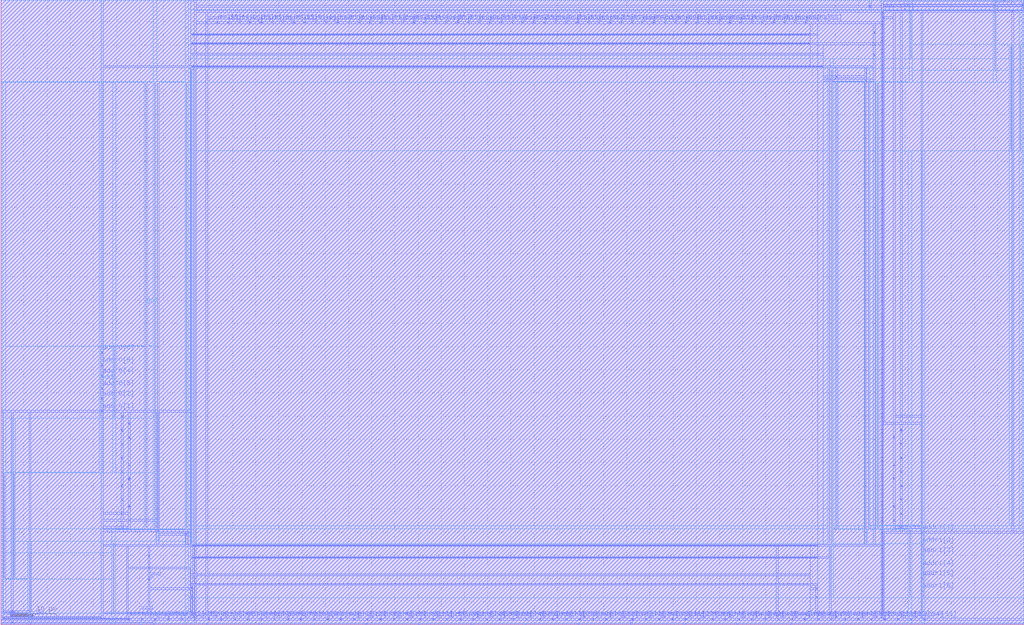
<source format=lef>
VERSION 5.4 ;
NAMESCASESENSITIVE ON ;
BUSBITCHARS "[]" ;
DIVIDERCHAR "/" ;
UNITS
  DATABASE MICRONS 2000 ;
END UNITS
MACRO freepdk45_sram_1w1r_128x56_14
   CLASS BLOCK ;
   SIZE 220.695 BY 134.78 ;
   SYMMETRY X Y R90 ;
   PIN din0[0]
      DIRECTION INPUT ;
      PORT
         LAYER metal3 ;
         RECT  41.84 1.105 41.975 1.24 ;
      END
   END din0[0]
   PIN din0[1]
      DIRECTION INPUT ;
      PORT
         LAYER metal3 ;
         RECT  44.7 1.105 44.835 1.24 ;
      END
   END din0[1]
   PIN din0[2]
      DIRECTION INPUT ;
      PORT
         LAYER metal3 ;
         RECT  47.56 1.105 47.695 1.24 ;
      END
   END din0[2]
   PIN din0[3]
      DIRECTION INPUT ;
      PORT
         LAYER metal3 ;
         RECT  50.42 1.105 50.555 1.24 ;
      END
   END din0[3]
   PIN din0[4]
      DIRECTION INPUT ;
      PORT
         LAYER metal3 ;
         RECT  53.28 1.105 53.415 1.24 ;
      END
   END din0[4]
   PIN din0[5]
      DIRECTION INPUT ;
      PORT
         LAYER metal3 ;
         RECT  56.14 1.105 56.275 1.24 ;
      END
   END din0[5]
   PIN din0[6]
      DIRECTION INPUT ;
      PORT
         LAYER metal3 ;
         RECT  59.0 1.105 59.135 1.24 ;
      END
   END din0[6]
   PIN din0[7]
      DIRECTION INPUT ;
      PORT
         LAYER metal3 ;
         RECT  61.86 1.105 61.995 1.24 ;
      END
   END din0[7]
   PIN din0[8]
      DIRECTION INPUT ;
      PORT
         LAYER metal3 ;
         RECT  64.72 1.105 64.855 1.24 ;
      END
   END din0[8]
   PIN din0[9]
      DIRECTION INPUT ;
      PORT
         LAYER metal3 ;
         RECT  67.58 1.105 67.715 1.24 ;
      END
   END din0[9]
   PIN din0[10]
      DIRECTION INPUT ;
      PORT
         LAYER metal3 ;
         RECT  70.44 1.105 70.575 1.24 ;
      END
   END din0[10]
   PIN din0[11]
      DIRECTION INPUT ;
      PORT
         LAYER metal3 ;
         RECT  73.3 1.105 73.435 1.24 ;
      END
   END din0[11]
   PIN din0[12]
      DIRECTION INPUT ;
      PORT
         LAYER metal3 ;
         RECT  76.16 1.105 76.295 1.24 ;
      END
   END din0[12]
   PIN din0[13]
      DIRECTION INPUT ;
      PORT
         LAYER metal3 ;
         RECT  79.02 1.105 79.155 1.24 ;
      END
   END din0[13]
   PIN din0[14]
      DIRECTION INPUT ;
      PORT
         LAYER metal3 ;
         RECT  81.88 1.105 82.015 1.24 ;
      END
   END din0[14]
   PIN din0[15]
      DIRECTION INPUT ;
      PORT
         LAYER metal3 ;
         RECT  84.74 1.105 84.875 1.24 ;
      END
   END din0[15]
   PIN din0[16]
      DIRECTION INPUT ;
      PORT
         LAYER metal3 ;
         RECT  87.6 1.105 87.735 1.24 ;
      END
   END din0[16]
   PIN din0[17]
      DIRECTION INPUT ;
      PORT
         LAYER metal3 ;
         RECT  90.46 1.105 90.595 1.24 ;
      END
   END din0[17]
   PIN din0[18]
      DIRECTION INPUT ;
      PORT
         LAYER metal3 ;
         RECT  93.32 1.105 93.455 1.24 ;
      END
   END din0[18]
   PIN din0[19]
      DIRECTION INPUT ;
      PORT
         LAYER metal3 ;
         RECT  96.18 1.105 96.315 1.24 ;
      END
   END din0[19]
   PIN din0[20]
      DIRECTION INPUT ;
      PORT
         LAYER metal3 ;
         RECT  99.04 1.105 99.175 1.24 ;
      END
   END din0[20]
   PIN din0[21]
      DIRECTION INPUT ;
      PORT
         LAYER metal3 ;
         RECT  101.9 1.105 102.035 1.24 ;
      END
   END din0[21]
   PIN din0[22]
      DIRECTION INPUT ;
      PORT
         LAYER metal3 ;
         RECT  104.76 1.105 104.895 1.24 ;
      END
   END din0[22]
   PIN din0[23]
      DIRECTION INPUT ;
      PORT
         LAYER metal3 ;
         RECT  107.62 1.105 107.755 1.24 ;
      END
   END din0[23]
   PIN din0[24]
      DIRECTION INPUT ;
      PORT
         LAYER metal3 ;
         RECT  110.48 1.105 110.615 1.24 ;
      END
   END din0[24]
   PIN din0[25]
      DIRECTION INPUT ;
      PORT
         LAYER metal3 ;
         RECT  113.34 1.105 113.475 1.24 ;
      END
   END din0[25]
   PIN din0[26]
      DIRECTION INPUT ;
      PORT
         LAYER metal3 ;
         RECT  116.2 1.105 116.335 1.24 ;
      END
   END din0[26]
   PIN din0[27]
      DIRECTION INPUT ;
      PORT
         LAYER metal3 ;
         RECT  119.06 1.105 119.195 1.24 ;
      END
   END din0[27]
   PIN din0[28]
      DIRECTION INPUT ;
      PORT
         LAYER metal3 ;
         RECT  121.92 1.105 122.055 1.24 ;
      END
   END din0[28]
   PIN din0[29]
      DIRECTION INPUT ;
      PORT
         LAYER metal3 ;
         RECT  124.78 1.105 124.915 1.24 ;
      END
   END din0[29]
   PIN din0[30]
      DIRECTION INPUT ;
      PORT
         LAYER metal3 ;
         RECT  127.64 1.105 127.775 1.24 ;
      END
   END din0[30]
   PIN din0[31]
      DIRECTION INPUT ;
      PORT
         LAYER metal3 ;
         RECT  130.5 1.105 130.635 1.24 ;
      END
   END din0[31]
   PIN din0[32]
      DIRECTION INPUT ;
      PORT
         LAYER metal3 ;
         RECT  133.36 1.105 133.495 1.24 ;
      END
   END din0[32]
   PIN din0[33]
      DIRECTION INPUT ;
      PORT
         LAYER metal3 ;
         RECT  136.22 1.105 136.355 1.24 ;
      END
   END din0[33]
   PIN din0[34]
      DIRECTION INPUT ;
      PORT
         LAYER metal3 ;
         RECT  139.08 1.105 139.215 1.24 ;
      END
   END din0[34]
   PIN din0[35]
      DIRECTION INPUT ;
      PORT
         LAYER metal3 ;
         RECT  141.94 1.105 142.075 1.24 ;
      END
   END din0[35]
   PIN din0[36]
      DIRECTION INPUT ;
      PORT
         LAYER metal3 ;
         RECT  144.8 1.105 144.935 1.24 ;
      END
   END din0[36]
   PIN din0[37]
      DIRECTION INPUT ;
      PORT
         LAYER metal3 ;
         RECT  147.66 1.105 147.795 1.24 ;
      END
   END din0[37]
   PIN din0[38]
      DIRECTION INPUT ;
      PORT
         LAYER metal3 ;
         RECT  150.52 1.105 150.655 1.24 ;
      END
   END din0[38]
   PIN din0[39]
      DIRECTION INPUT ;
      PORT
         LAYER metal3 ;
         RECT  153.38 1.105 153.515 1.24 ;
      END
   END din0[39]
   PIN din0[40]
      DIRECTION INPUT ;
      PORT
         LAYER metal3 ;
         RECT  156.24 1.105 156.375 1.24 ;
      END
   END din0[40]
   PIN din0[41]
      DIRECTION INPUT ;
      PORT
         LAYER metal3 ;
         RECT  159.1 1.105 159.235 1.24 ;
      END
   END din0[41]
   PIN din0[42]
      DIRECTION INPUT ;
      PORT
         LAYER metal3 ;
         RECT  161.96 1.105 162.095 1.24 ;
      END
   END din0[42]
   PIN din0[43]
      DIRECTION INPUT ;
      PORT
         LAYER metal3 ;
         RECT  164.82 1.105 164.955 1.24 ;
      END
   END din0[43]
   PIN din0[44]
      DIRECTION INPUT ;
      PORT
         LAYER metal3 ;
         RECT  167.68 1.105 167.815 1.24 ;
      END
   END din0[44]
   PIN din0[45]
      DIRECTION INPUT ;
      PORT
         LAYER metal3 ;
         RECT  170.54 1.105 170.675 1.24 ;
      END
   END din0[45]
   PIN din0[46]
      DIRECTION INPUT ;
      PORT
         LAYER metal3 ;
         RECT  173.4 1.105 173.535 1.24 ;
      END
   END din0[46]
   PIN din0[47]
      DIRECTION INPUT ;
      PORT
         LAYER metal3 ;
         RECT  176.26 1.105 176.395 1.24 ;
      END
   END din0[47]
   PIN din0[48]
      DIRECTION INPUT ;
      PORT
         LAYER metal3 ;
         RECT  179.12 1.105 179.255 1.24 ;
      END
   END din0[48]
   PIN din0[49]
      DIRECTION INPUT ;
      PORT
         LAYER metal3 ;
         RECT  181.98 1.105 182.115 1.24 ;
      END
   END din0[49]
   PIN din0[50]
      DIRECTION INPUT ;
      PORT
         LAYER metal3 ;
         RECT  184.84 1.105 184.975 1.24 ;
      END
   END din0[50]
   PIN din0[51]
      DIRECTION INPUT ;
      PORT
         LAYER metal3 ;
         RECT  187.7 1.105 187.835 1.24 ;
      END
   END din0[51]
   PIN din0[52]
      DIRECTION INPUT ;
      PORT
         LAYER metal3 ;
         RECT  190.56 1.105 190.695 1.24 ;
      END
   END din0[52]
   PIN din0[53]
      DIRECTION INPUT ;
      PORT
         LAYER metal3 ;
         RECT  193.42 1.105 193.555 1.24 ;
      END
   END din0[53]
   PIN din0[54]
      DIRECTION INPUT ;
      PORT
         LAYER metal3 ;
         RECT  196.28 1.105 196.415 1.24 ;
      END
   END din0[54]
   PIN din0[55]
      DIRECTION INPUT ;
      PORT
         LAYER metal3 ;
         RECT  199.14 1.105 199.275 1.24 ;
      END
   END din0[55]
   PIN addr0[0]
      DIRECTION INPUT ;
      PORT
         LAYER metal3 ;
         RECT  27.54 1.105 27.675 1.24 ;
      END
   END addr0[0]
   PIN addr0[1]
      DIRECTION INPUT ;
      PORT
         LAYER metal3 ;
         RECT  21.82 45.9675 21.955 46.1025 ;
      END
   END addr0[1]
   PIN addr0[2]
      DIRECTION INPUT ;
      PORT
         LAYER metal3 ;
         RECT  21.82 48.6975 21.955 48.8325 ;
      END
   END addr0[2]
   PIN addr0[3]
      DIRECTION INPUT ;
      PORT
         LAYER metal3 ;
         RECT  21.82 50.9075 21.955 51.0425 ;
      END
   END addr0[3]
   PIN addr0[4]
      DIRECTION INPUT ;
      PORT
         LAYER metal3 ;
         RECT  21.82 53.6375 21.955 53.7725 ;
      END
   END addr0[4]
   PIN addr0[5]
      DIRECTION INPUT ;
      PORT
         LAYER metal3 ;
         RECT  21.82 55.8475 21.955 55.9825 ;
      END
   END addr0[5]
   PIN addr0[6]
      DIRECTION INPUT ;
      PORT
         LAYER metal3 ;
         RECT  21.82 58.5775 21.955 58.7125 ;
      END
   END addr0[6]
   PIN addr1[0]
      DIRECTION INPUT ;
      PORT
         LAYER metal3 ;
         RECT  190.02 132.205 190.155 132.34 ;
      END
   END addr1[0]
   PIN addr1[1]
      DIRECTION INPUT ;
      PORT
         LAYER metal3 ;
         RECT  198.6 19.8375 198.735 19.9725 ;
      END
   END addr1[1]
   PIN addr1[2]
      DIRECTION INPUT ;
      PORT
         LAYER metal3 ;
         RECT  198.6 17.1075 198.735 17.2425 ;
      END
   END addr1[2]
   PIN addr1[3]
      DIRECTION INPUT ;
      PORT
         LAYER metal3 ;
         RECT  198.6 14.8975 198.735 15.0325 ;
      END
   END addr1[3]
   PIN addr1[4]
      DIRECTION INPUT ;
      PORT
         LAYER metal3 ;
         RECT  198.6 12.1675 198.735 12.3025 ;
      END
   END addr1[4]
   PIN addr1[5]
      DIRECTION INPUT ;
      PORT
         LAYER metal3 ;
         RECT  198.6 9.9575 198.735 10.0925 ;
      END
   END addr1[5]
   PIN addr1[6]
      DIRECTION INPUT ;
      PORT
         LAYER metal3 ;
         RECT  198.6 7.2275 198.735 7.3625 ;
      END
   END addr1[6]
   PIN csb0
      DIRECTION INPUT ;
      PORT
         LAYER metal3 ;
         RECT  0.285 1.3775 0.42 1.5125 ;
      END
   END csb0
   PIN csb1
      DIRECTION INPUT ;
      PORT
         LAYER metal3 ;
         RECT  220.275 133.5375 220.41 133.6725 ;
      END
   END csb1
   PIN clk0
      DIRECTION INPUT ;
      PORT
         LAYER metal3 ;
         RECT  6.2475 1.4625 6.3825 1.5975 ;
      END
   END clk0
   PIN clk1
      DIRECTION INPUT ;
      PORT
         LAYER metal3 ;
         RECT  214.1725 133.4525 214.3075 133.5875 ;
      END
   END clk1
   PIN wmask0[0]
      DIRECTION INPUT ;
      PORT
         LAYER metal3 ;
         RECT  30.4 1.105 30.535 1.24 ;
      END
   END wmask0[0]
   PIN wmask0[1]
      DIRECTION INPUT ;
      PORT
         LAYER metal3 ;
         RECT  33.26 1.105 33.395 1.24 ;
      END
   END wmask0[1]
   PIN wmask0[2]
      DIRECTION INPUT ;
      PORT
         LAYER metal3 ;
         RECT  36.12 1.105 36.255 1.24 ;
      END
   END wmask0[2]
   PIN wmask0[3]
      DIRECTION INPUT ;
      PORT
         LAYER metal3 ;
         RECT  38.98 1.105 39.115 1.24 ;
      END
   END wmask0[3]
   PIN dout1[0]
      DIRECTION OUTPUT ;
      PORT
         LAYER metal3 ;
         RECT  44.3475 129.7825 44.4825 129.9175 ;
      END
   END dout1[0]
   PIN dout1[1]
      DIRECTION OUTPUT ;
      PORT
         LAYER metal3 ;
         RECT  46.6975 129.7825 46.8325 129.9175 ;
      END
   END dout1[1]
   PIN dout1[2]
      DIRECTION OUTPUT ;
      PORT
         LAYER metal3 ;
         RECT  49.0475 129.7825 49.1825 129.9175 ;
      END
   END dout1[2]
   PIN dout1[3]
      DIRECTION OUTPUT ;
      PORT
         LAYER metal3 ;
         RECT  51.3975 129.7825 51.5325 129.9175 ;
      END
   END dout1[3]
   PIN dout1[4]
      DIRECTION OUTPUT ;
      PORT
         LAYER metal3 ;
         RECT  53.7475 129.7825 53.8825 129.9175 ;
      END
   END dout1[4]
   PIN dout1[5]
      DIRECTION OUTPUT ;
      PORT
         LAYER metal3 ;
         RECT  56.0975 129.7825 56.2325 129.9175 ;
      END
   END dout1[5]
   PIN dout1[6]
      DIRECTION OUTPUT ;
      PORT
         LAYER metal3 ;
         RECT  58.4475 129.7825 58.5825 129.9175 ;
      END
   END dout1[6]
   PIN dout1[7]
      DIRECTION OUTPUT ;
      PORT
         LAYER metal3 ;
         RECT  60.7975 129.7825 60.9325 129.9175 ;
      END
   END dout1[7]
   PIN dout1[8]
      DIRECTION OUTPUT ;
      PORT
         LAYER metal3 ;
         RECT  63.1475 129.7825 63.2825 129.9175 ;
      END
   END dout1[8]
   PIN dout1[9]
      DIRECTION OUTPUT ;
      PORT
         LAYER metal3 ;
         RECT  65.4975 129.7825 65.6325 129.9175 ;
      END
   END dout1[9]
   PIN dout1[10]
      DIRECTION OUTPUT ;
      PORT
         LAYER metal3 ;
         RECT  67.8475 129.7825 67.9825 129.9175 ;
      END
   END dout1[10]
   PIN dout1[11]
      DIRECTION OUTPUT ;
      PORT
         LAYER metal3 ;
         RECT  70.1975 129.7825 70.3325 129.9175 ;
      END
   END dout1[11]
   PIN dout1[12]
      DIRECTION OUTPUT ;
      PORT
         LAYER metal3 ;
         RECT  72.5475 129.7825 72.6825 129.9175 ;
      END
   END dout1[12]
   PIN dout1[13]
      DIRECTION OUTPUT ;
      PORT
         LAYER metal3 ;
         RECT  74.8975 129.7825 75.0325 129.9175 ;
      END
   END dout1[13]
   PIN dout1[14]
      DIRECTION OUTPUT ;
      PORT
         LAYER metal3 ;
         RECT  77.2475 129.7825 77.3825 129.9175 ;
      END
   END dout1[14]
   PIN dout1[15]
      DIRECTION OUTPUT ;
      PORT
         LAYER metal3 ;
         RECT  79.5975 129.7825 79.7325 129.9175 ;
      END
   END dout1[15]
   PIN dout1[16]
      DIRECTION OUTPUT ;
      PORT
         LAYER metal3 ;
         RECT  81.9475 129.7825 82.0825 129.9175 ;
      END
   END dout1[16]
   PIN dout1[17]
      DIRECTION OUTPUT ;
      PORT
         LAYER metal3 ;
         RECT  84.2975 129.7825 84.4325 129.9175 ;
      END
   END dout1[17]
   PIN dout1[18]
      DIRECTION OUTPUT ;
      PORT
         LAYER metal3 ;
         RECT  86.6475 129.7825 86.7825 129.9175 ;
      END
   END dout1[18]
   PIN dout1[19]
      DIRECTION OUTPUT ;
      PORT
         LAYER metal3 ;
         RECT  88.9975 129.7825 89.1325 129.9175 ;
      END
   END dout1[19]
   PIN dout1[20]
      DIRECTION OUTPUT ;
      PORT
         LAYER metal3 ;
         RECT  91.3475 129.7825 91.4825 129.9175 ;
      END
   END dout1[20]
   PIN dout1[21]
      DIRECTION OUTPUT ;
      PORT
         LAYER metal3 ;
         RECT  93.6975 129.7825 93.8325 129.9175 ;
      END
   END dout1[21]
   PIN dout1[22]
      DIRECTION OUTPUT ;
      PORT
         LAYER metal3 ;
         RECT  96.0475 129.7825 96.1825 129.9175 ;
      END
   END dout1[22]
   PIN dout1[23]
      DIRECTION OUTPUT ;
      PORT
         LAYER metal3 ;
         RECT  98.3975 129.7825 98.5325 129.9175 ;
      END
   END dout1[23]
   PIN dout1[24]
      DIRECTION OUTPUT ;
      PORT
         LAYER metal3 ;
         RECT  100.7475 129.7825 100.8825 129.9175 ;
      END
   END dout1[24]
   PIN dout1[25]
      DIRECTION OUTPUT ;
      PORT
         LAYER metal3 ;
         RECT  103.0975 129.7825 103.2325 129.9175 ;
      END
   END dout1[25]
   PIN dout1[26]
      DIRECTION OUTPUT ;
      PORT
         LAYER metal3 ;
         RECT  105.4475 129.7825 105.5825 129.9175 ;
      END
   END dout1[26]
   PIN dout1[27]
      DIRECTION OUTPUT ;
      PORT
         LAYER metal3 ;
         RECT  107.7975 129.7825 107.9325 129.9175 ;
      END
   END dout1[27]
   PIN dout1[28]
      DIRECTION OUTPUT ;
      PORT
         LAYER metal3 ;
         RECT  110.1475 129.7825 110.2825 129.9175 ;
      END
   END dout1[28]
   PIN dout1[29]
      DIRECTION OUTPUT ;
      PORT
         LAYER metal3 ;
         RECT  112.4975 129.7825 112.6325 129.9175 ;
      END
   END dout1[29]
   PIN dout1[30]
      DIRECTION OUTPUT ;
      PORT
         LAYER metal3 ;
         RECT  114.8475 129.7825 114.9825 129.9175 ;
      END
   END dout1[30]
   PIN dout1[31]
      DIRECTION OUTPUT ;
      PORT
         LAYER metal3 ;
         RECT  117.1975 129.7825 117.3325 129.9175 ;
      END
   END dout1[31]
   PIN dout1[32]
      DIRECTION OUTPUT ;
      PORT
         LAYER metal3 ;
         RECT  119.5475 129.7825 119.6825 129.9175 ;
      END
   END dout1[32]
   PIN dout1[33]
      DIRECTION OUTPUT ;
      PORT
         LAYER metal3 ;
         RECT  121.8975 129.7825 122.0325 129.9175 ;
      END
   END dout1[33]
   PIN dout1[34]
      DIRECTION OUTPUT ;
      PORT
         LAYER metal3 ;
         RECT  124.2475 129.7825 124.3825 129.9175 ;
      END
   END dout1[34]
   PIN dout1[35]
      DIRECTION OUTPUT ;
      PORT
         LAYER metal3 ;
         RECT  126.5975 129.7825 126.7325 129.9175 ;
      END
   END dout1[35]
   PIN dout1[36]
      DIRECTION OUTPUT ;
      PORT
         LAYER metal3 ;
         RECT  128.9475 129.7825 129.0825 129.9175 ;
      END
   END dout1[36]
   PIN dout1[37]
      DIRECTION OUTPUT ;
      PORT
         LAYER metal3 ;
         RECT  131.2975 129.7825 131.4325 129.9175 ;
      END
   END dout1[37]
   PIN dout1[38]
      DIRECTION OUTPUT ;
      PORT
         LAYER metal3 ;
         RECT  133.6475 129.7825 133.7825 129.9175 ;
      END
   END dout1[38]
   PIN dout1[39]
      DIRECTION OUTPUT ;
      PORT
         LAYER metal3 ;
         RECT  135.9975 129.7825 136.1325 129.9175 ;
      END
   END dout1[39]
   PIN dout1[40]
      DIRECTION OUTPUT ;
      PORT
         LAYER metal3 ;
         RECT  138.3475 129.7825 138.4825 129.9175 ;
      END
   END dout1[40]
   PIN dout1[41]
      DIRECTION OUTPUT ;
      PORT
         LAYER metal3 ;
         RECT  140.6975 129.7825 140.8325 129.9175 ;
      END
   END dout1[41]
   PIN dout1[42]
      DIRECTION OUTPUT ;
      PORT
         LAYER metal3 ;
         RECT  143.0475 129.7825 143.1825 129.9175 ;
      END
   END dout1[42]
   PIN dout1[43]
      DIRECTION OUTPUT ;
      PORT
         LAYER metal3 ;
         RECT  145.3975 129.7825 145.5325 129.9175 ;
      END
   END dout1[43]
   PIN dout1[44]
      DIRECTION OUTPUT ;
      PORT
         LAYER metal3 ;
         RECT  147.7475 129.7825 147.8825 129.9175 ;
      END
   END dout1[44]
   PIN dout1[45]
      DIRECTION OUTPUT ;
      PORT
         LAYER metal3 ;
         RECT  150.0975 129.7825 150.2325 129.9175 ;
      END
   END dout1[45]
   PIN dout1[46]
      DIRECTION OUTPUT ;
      PORT
         LAYER metal3 ;
         RECT  152.4475 129.7825 152.5825 129.9175 ;
      END
   END dout1[46]
   PIN dout1[47]
      DIRECTION OUTPUT ;
      PORT
         LAYER metal3 ;
         RECT  154.7975 129.7825 154.9325 129.9175 ;
      END
   END dout1[47]
   PIN dout1[48]
      DIRECTION OUTPUT ;
      PORT
         LAYER metal3 ;
         RECT  157.1475 129.7825 157.2825 129.9175 ;
      END
   END dout1[48]
   PIN dout1[49]
      DIRECTION OUTPUT ;
      PORT
         LAYER metal3 ;
         RECT  159.4975 129.7825 159.6325 129.9175 ;
      END
   END dout1[49]
   PIN dout1[50]
      DIRECTION OUTPUT ;
      PORT
         LAYER metal3 ;
         RECT  161.8475 129.7825 161.9825 129.9175 ;
      END
   END dout1[50]
   PIN dout1[51]
      DIRECTION OUTPUT ;
      PORT
         LAYER metal3 ;
         RECT  164.1975 129.7825 164.3325 129.9175 ;
      END
   END dout1[51]
   PIN dout1[52]
      DIRECTION OUTPUT ;
      PORT
         LAYER metal3 ;
         RECT  166.5475 129.7825 166.6825 129.9175 ;
      END
   END dout1[52]
   PIN dout1[53]
      DIRECTION OUTPUT ;
      PORT
         LAYER metal3 ;
         RECT  168.8975 129.7825 169.0325 129.9175 ;
      END
   END dout1[53]
   PIN dout1[54]
      DIRECTION OUTPUT ;
      PORT
         LAYER metal3 ;
         RECT  171.2475 129.7825 171.3825 129.9175 ;
      END
   END dout1[54]
   PIN dout1[55]
      DIRECTION OUTPUT ;
      PORT
         LAYER metal3 ;
         RECT  173.5975 129.7825 173.7325 129.9175 ;
      END
   END dout1[55]
   PIN vdd
      DIRECTION INOUT ;
      USE POWER ; 
      SHAPE ABUTMENT ; 
      PORT
         LAYER metal3 ;
         RECT  41.1625 17.075 176.0475 17.145 ;
         LAYER metal4 ;
         RECT  40.015 20.94 40.155 116.76 ;
         LAYER metal4 ;
         RECT  196.16 122.29 196.3 132.31 ;
         LAYER metal3 ;
         RECT  178.8375 2.47 178.9725 2.605 ;
         LAYER metal3 ;
         RECT  167.3975 2.47 167.5325 2.605 ;
         LAYER metal3 ;
         RECT  110.1975 2.47 110.3325 2.605 ;
         LAYER metal4 ;
         RECT  33.19 20.94 33.33 116.83 ;
         LAYER metal3 ;
         RECT  190.2775 2.47 190.4125 2.605 ;
         LAYER metal4 ;
         RECT  24.255 2.74 24.395 17.7 ;
         LAYER metal3 ;
         RECT  121.6375 2.47 121.7725 2.605 ;
         LAYER metal3 ;
         RECT  2.425 2.7425 2.56 2.8775 ;
         LAYER metal3 ;
         RECT  33.81 20.235 33.945 20.37 ;
         LAYER metal3 ;
         RECT  27.6375 22.4375 27.7725 22.5725 ;
         LAYER metal3 ;
         RECT  27.6375 40.3775 27.7725 40.5125 ;
         LAYER metal4 ;
         RECT  219.8675 102.53 220.0075 124.9325 ;
         LAYER metal4 ;
         RECT  198.88 6.12 199.02 21.08 ;
         LAYER metal3 ;
         RECT  188.325 125.2075 188.46 125.3425 ;
         LAYER metal3 ;
         RECT  27.2575 2.47 27.3925 2.605 ;
         LAYER metal3 ;
         RECT  192.5875 43.3675 192.7225 43.5025 ;
         LAYER metal3 ;
         RECT  27.6375 31.4075 27.7725 31.5425 ;
         LAYER metal3 ;
         RECT  192.5875 22.4375 192.7225 22.5725 ;
         LAYER metal3 ;
         RECT  41.1625 120.375 177.2225 120.445 ;
         LAYER metal3 ;
         RECT  186.415 117.33 186.55 117.465 ;
         LAYER metal4 ;
         RECT  0.6875 10.1175 0.8275 32.52 ;
         LAYER metal3 ;
         RECT  133.0775 2.47 133.2125 2.605 ;
         LAYER metal3 ;
         RECT  41.5575 2.47 41.6925 2.605 ;
         LAYER metal3 ;
         RECT  41.1625 8.685 174.4025 8.755 ;
         LAYER metal3 ;
         RECT  64.4375 2.47 64.5725 2.605 ;
         LAYER metal4 ;
         RECT  179.125 17.77 179.265 119.68 ;
         LAYER metal3 ;
         RECT  192.5875 34.3975 192.7225 34.5325 ;
         LAYER metal3 ;
         RECT  180.2075 118.1175 180.3425 118.2525 ;
         LAYER metal4 ;
         RECT  187.03 20.94 187.17 116.83 ;
         LAYER metal3 ;
         RECT  27.6375 43.3675 27.7725 43.5025 ;
         LAYER metal3 ;
         RECT  40.0175 19.4475 40.1525 19.5825 ;
         LAYER metal3 ;
         RECT  27.6375 34.3975 27.7725 34.5325 ;
         LAYER metal3 ;
         RECT  27.6375 25.4275 27.7725 25.5625 ;
         LAYER metal3 ;
         RECT  144.5175 2.47 144.6525 2.605 ;
         LAYER metal3 ;
         RECT  52.9975 2.47 53.1325 2.605 ;
         LAYER metal3 ;
         RECT  155.9575 2.47 156.0925 2.605 ;
         LAYER metal3 ;
         RECT  192.5875 31.4075 192.7225 31.5425 ;
         LAYER metal4 ;
         RECT  180.205 20.94 180.345 116.76 ;
         LAYER metal3 ;
         RECT  190.3025 130.84 190.4375 130.975 ;
         LAYER metal3 ;
         RECT  31.9 12.1775 32.035 12.3125 ;
         LAYER metal3 ;
         RECT  175.9125 7.7175 176.0475 7.8525 ;
         LAYER metal3 ;
         RECT  41.1625 127.2275 174.4025 127.2975 ;
         LAYER metal4 ;
         RECT  41.095 17.77 41.235 119.68 ;
         LAYER metal4 ;
         RECT  21.535 44.86 21.675 59.82 ;
         LAYER metal3 ;
         RECT  192.5875 40.3775 192.7225 40.5125 ;
         LAYER metal3 ;
         RECT  41.0275 7.7175 41.1625 7.8525 ;
         LAYER metal3 ;
         RECT  87.3175 2.47 87.4525 2.605 ;
         LAYER metal3 ;
         RECT  75.8775 2.47 76.0125 2.605 ;
         LAYER metal3 ;
         RECT  192.5875 25.4275 192.7225 25.5625 ;
         LAYER metal3 ;
         RECT  98.7575 2.47 98.8925 2.605 ;
         LAYER metal3 ;
         RECT  218.135 132.1725 218.27 132.3075 ;
         LAYER metal3 ;
         RECT  30.1175 2.47 30.2525 2.605 ;
      END
   END vdd
   PIN gnd
      DIRECTION INOUT ;
      USE GROUND ; 
      SHAPE ABUTMENT ; 
      PORT
         LAYER metal3 ;
         RECT  32.9775 0.0 33.1125 0.135 ;
         LAYER metal3 ;
         RECT  2.425 0.2725 2.56 0.4075 ;
         LAYER metal3 ;
         RECT  194.115 20.9425 194.25 21.0775 ;
         LAYER metal4 ;
         RECT  214.31 119.82 214.45 134.78 ;
         LAYER metal3 ;
         RECT  218.135 134.6425 218.27 134.7775 ;
         LAYER metal3 ;
         RECT  41.1625 14.455 176.08 14.525 ;
         LAYER metal3 ;
         RECT  194.115 41.8725 194.25 42.0075 ;
         LAYER metal3 ;
         RECT  135.9375 0.0 136.0725 0.135 ;
         LAYER metal3 ;
         RECT  26.11 23.9325 26.245 24.0675 ;
         LAYER metal3 ;
         RECT  194.115 32.9025 194.25 33.0375 ;
         LAYER metal3 ;
         RECT  181.6975 0.0 181.8325 0.135 ;
         LAYER metal3 ;
         RECT  194.115 29.9125 194.25 30.0475 ;
         LAYER metal4 ;
         RECT  178.665 17.77 178.805 119.68 ;
         LAYER metal3 ;
         RECT  67.2975 0.0 67.4325 0.135 ;
         LAYER metal4 ;
         RECT  196.02 6.055 196.16 21.145 ;
         LAYER metal3 ;
         RECT  44.4175 0.0 44.5525 0.135 ;
         LAYER metal3 ;
         RECT  194.115 23.9325 194.25 24.0675 ;
         LAYER metal3 ;
         RECT  41.0275 5.8975 41.1625 6.0325 ;
         LAYER metal4 ;
         RECT  33.75 20.9075 33.89 116.7925 ;
         LAYER metal4 ;
         RECT  6.105 0.27 6.245 15.23 ;
         LAYER metal4 ;
         RECT  186.47 20.9075 186.61 116.7925 ;
         LAYER metal3 ;
         RECT  78.7375 0.0 78.8725 0.135 ;
         LAYER metal3 ;
         RECT  30.1175 0.0 30.2525 0.135 ;
         LAYER metal3 ;
         RECT  26.11 38.8825 26.245 39.0175 ;
         LAYER metal3 ;
         RECT  41.1625 125.335 174.4375 125.405 ;
         LAYER metal4 ;
         RECT  2.75 10.15 2.89 32.5525 ;
         LAYER metal3 ;
         RECT  90.1775 0.0 90.3125 0.135 ;
         LAYER metal3 ;
         RECT  147.3775 0.0 147.5125 0.135 ;
         LAYER metal3 ;
         RECT  26.11 20.9425 26.245 21.0775 ;
         LAYER metal3 ;
         RECT  26.11 35.8925 26.245 36.0275 ;
         LAYER metal3 ;
         RECT  170.2575 0.0 170.3925 0.135 ;
         LAYER metal4 ;
         RECT  217.805 102.4975 217.945 124.9 ;
         LAYER metal3 ;
         RECT  194.115 38.8825 194.25 39.0175 ;
         LAYER metal3 ;
         RECT  124.4975 0.0 124.6325 0.135 ;
         LAYER metal3 ;
         RECT  188.325 127.6775 188.46 127.8125 ;
         LAYER metal3 ;
         RECT  194.115 44.8625 194.25 44.9975 ;
         LAYER metal4 ;
         RECT  41.555 17.77 41.695 119.68 ;
         LAYER metal4 ;
         RECT  188.965 20.9075 189.105 116.83 ;
         LAYER metal3 ;
         RECT  41.1625 10.735 174.4025 10.805 ;
         LAYER metal3 ;
         RECT  194.115 35.8925 194.25 36.0275 ;
         LAYER metal3 ;
         RECT  26.11 29.9125 26.245 30.0475 ;
         LAYER metal3 ;
         RECT  187.4425 133.31 187.5775 133.445 ;
         LAYER metal3 ;
         RECT  193.1375 0.0 193.2725 0.135 ;
         LAYER metal3 ;
         RECT  158.8175 0.0 158.9525 0.135 ;
         LAYER metal3 ;
         RECT  41.1625 122.995 176.08 123.065 ;
         LAYER metal3 ;
         RECT  26.11 44.8625 26.245 44.9975 ;
         LAYER metal3 ;
         RECT  175.9125 5.8975 176.0475 6.0325 ;
         LAYER metal3 ;
         RECT  194.115 26.9225 194.25 27.0575 ;
         LAYER metal3 ;
         RECT  113.0575 0.0 113.1925 0.135 ;
         LAYER metal3 ;
         RECT  26.11 32.9025 26.245 33.0375 ;
         LAYER metal3 ;
         RECT  55.8575 0.0 55.9925 0.135 ;
         LAYER metal3 ;
         RECT  26.11 26.9225 26.245 27.0575 ;
         LAYER metal3 ;
         RECT  101.6175 0.0 101.7525 0.135 ;
         LAYER metal4 ;
         RECT  24.395 44.795 24.535 59.885 ;
         LAYER metal3 ;
         RECT  26.11 41.8725 26.245 42.0075 ;
         LAYER metal3 ;
         RECT  31.9 14.6475 32.035 14.7825 ;
         LAYER metal3 ;
         RECT  188.325 122.7375 188.46 122.8725 ;
         LAYER metal3 ;
         RECT  31.9 9.7075 32.035 9.8425 ;
         LAYER metal4 ;
         RECT  31.255 20.9075 31.395 116.83 ;
      END
   END gnd
   OBS
   LAYER  metal1 ;
      RECT  0.14 0.14 220.555 134.64 ;
   LAYER  metal2 ;
      RECT  0.14 0.14 220.555 134.64 ;
   LAYER  metal3 ;
      RECT  41.7 0.14 42.115 0.965 ;
      RECT  42.115 0.965 44.56 1.38 ;
      RECT  44.975 0.965 47.42 1.38 ;
      RECT  47.835 0.965 50.28 1.38 ;
      RECT  50.695 0.965 53.14 1.38 ;
      RECT  53.555 0.965 56.0 1.38 ;
      RECT  56.415 0.965 58.86 1.38 ;
      RECT  59.275 0.965 61.72 1.38 ;
      RECT  62.135 0.965 64.58 1.38 ;
      RECT  64.995 0.965 67.44 1.38 ;
      RECT  67.855 0.965 70.3 1.38 ;
      RECT  70.715 0.965 73.16 1.38 ;
      RECT  73.575 0.965 76.02 1.38 ;
      RECT  76.435 0.965 78.88 1.38 ;
      RECT  79.295 0.965 81.74 1.38 ;
      RECT  82.155 0.965 84.6 1.38 ;
      RECT  85.015 0.965 87.46 1.38 ;
      RECT  87.875 0.965 90.32 1.38 ;
      RECT  90.735 0.965 93.18 1.38 ;
      RECT  93.595 0.965 96.04 1.38 ;
      RECT  96.455 0.965 98.9 1.38 ;
      RECT  99.315 0.965 101.76 1.38 ;
      RECT  102.175 0.965 104.62 1.38 ;
      RECT  105.035 0.965 107.48 1.38 ;
      RECT  107.895 0.965 110.34 1.38 ;
      RECT  110.755 0.965 113.2 1.38 ;
      RECT  113.615 0.965 116.06 1.38 ;
      RECT  116.475 0.965 118.92 1.38 ;
      RECT  119.335 0.965 121.78 1.38 ;
      RECT  122.195 0.965 124.64 1.38 ;
      RECT  125.055 0.965 127.5 1.38 ;
      RECT  127.915 0.965 130.36 1.38 ;
      RECT  130.775 0.965 133.22 1.38 ;
      RECT  133.635 0.965 136.08 1.38 ;
      RECT  136.495 0.965 138.94 1.38 ;
      RECT  139.355 0.965 141.8 1.38 ;
      RECT  142.215 0.965 144.66 1.38 ;
      RECT  145.075 0.965 147.52 1.38 ;
      RECT  147.935 0.965 150.38 1.38 ;
      RECT  150.795 0.965 153.24 1.38 ;
      RECT  153.655 0.965 156.1 1.38 ;
      RECT  156.515 0.965 158.96 1.38 ;
      RECT  159.375 0.965 161.82 1.38 ;
      RECT  162.235 0.965 164.68 1.38 ;
      RECT  165.095 0.965 167.54 1.38 ;
      RECT  167.955 0.965 170.4 1.38 ;
      RECT  170.815 0.965 173.26 1.38 ;
      RECT  173.675 0.965 176.12 1.38 ;
      RECT  176.535 0.965 178.98 1.38 ;
      RECT  179.395 0.965 181.84 1.38 ;
      RECT  182.255 0.965 184.7 1.38 ;
      RECT  185.115 0.965 187.56 1.38 ;
      RECT  187.975 0.965 190.42 1.38 ;
      RECT  190.835 0.965 193.28 1.38 ;
      RECT  193.695 0.965 196.14 1.38 ;
      RECT  196.555 0.965 199.0 1.38 ;
      RECT  199.415 0.965 220.555 1.38 ;
      RECT  0.14 45.8275 21.68 46.2425 ;
      RECT  0.14 46.2425 21.68 134.64 ;
      RECT  21.68 1.38 22.095 45.8275 ;
      RECT  22.095 45.8275 41.7 46.2425 ;
      RECT  21.68 46.2425 22.095 48.5575 ;
      RECT  21.68 48.9725 22.095 50.7675 ;
      RECT  21.68 51.1825 22.095 53.4975 ;
      RECT  21.68 53.9125 22.095 55.7075 ;
      RECT  21.68 56.1225 22.095 58.4375 ;
      RECT  21.68 58.8525 22.095 134.64 ;
      RECT  42.115 132.065 189.88 132.48 ;
      RECT  189.88 132.48 190.295 134.64 ;
      RECT  190.295 19.6975 198.46 20.1125 ;
      RECT  198.46 20.1125 198.875 132.065 ;
      RECT  198.875 1.38 220.555 19.6975 ;
      RECT  198.875 19.6975 220.555 20.1125 ;
      RECT  198.46 17.3825 198.875 19.6975 ;
      RECT  198.46 15.1725 198.875 16.9675 ;
      RECT  198.46 12.4425 198.875 14.7575 ;
      RECT  198.46 10.2325 198.875 12.0275 ;
      RECT  198.46 1.38 198.875 7.0875 ;
      RECT  198.46 7.5025 198.875 9.8175 ;
      RECT  0.14 0.965 0.145 1.2375 ;
      RECT  0.14 1.2375 0.145 1.38 ;
      RECT  0.145 0.965 0.56 1.2375 ;
      RECT  0.56 0.965 27.4 1.2375 ;
      RECT  0.14 1.38 0.145 1.6525 ;
      RECT  0.14 1.6525 0.145 45.8275 ;
      RECT  0.145 1.6525 0.56 45.8275 ;
      RECT  220.135 132.48 220.55 133.3975 ;
      RECT  220.135 133.8125 220.55 134.64 ;
      RECT  220.55 132.48 220.555 133.3975 ;
      RECT  220.55 133.3975 220.555 133.8125 ;
      RECT  220.55 133.8125 220.555 134.64 ;
      RECT  0.56 1.2375 6.1075 1.3225 ;
      RECT  0.56 1.3225 6.1075 1.38 ;
      RECT  6.1075 1.2375 6.5225 1.3225 ;
      RECT  6.5225 1.2375 27.4 1.3225 ;
      RECT  6.5225 1.3225 27.4 1.38 ;
      RECT  0.56 1.38 6.1075 1.6525 ;
      RECT  6.5225 1.38 21.68 1.6525 ;
      RECT  0.56 1.6525 6.1075 1.7375 ;
      RECT  6.1075 1.7375 6.5225 45.8275 ;
      RECT  6.5225 1.6525 21.68 1.7375 ;
      RECT  6.5225 1.7375 21.68 45.8275 ;
      RECT  190.295 132.48 214.0325 133.3125 ;
      RECT  190.295 133.3125 214.0325 133.3975 ;
      RECT  214.0325 132.48 214.4475 133.3125 ;
      RECT  214.4475 132.48 220.135 133.3125 ;
      RECT  214.4475 133.3125 220.135 133.3975 ;
      RECT  190.295 133.3975 214.0325 133.7275 ;
      RECT  190.295 133.7275 214.0325 133.8125 ;
      RECT  214.0325 133.7275 214.4475 133.8125 ;
      RECT  214.4475 133.3975 220.135 133.7275 ;
      RECT  214.4475 133.7275 220.135 133.8125 ;
      RECT  27.815 0.965 30.26 1.38 ;
      RECT  30.675 0.965 33.12 1.38 ;
      RECT  33.535 0.965 35.98 1.38 ;
      RECT  36.395 0.965 38.84 1.38 ;
      RECT  39.255 0.965 41.7 1.38 ;
      RECT  42.115 129.6425 44.2075 130.0575 ;
      RECT  42.115 130.0575 44.2075 132.065 ;
      RECT  44.2075 130.0575 44.6225 132.065 ;
      RECT  44.6225 130.0575 189.88 132.065 ;
      RECT  44.6225 129.6425 46.5575 130.0575 ;
      RECT  46.9725 129.6425 48.9075 130.0575 ;
      RECT  49.3225 129.6425 51.2575 130.0575 ;
      RECT  51.6725 129.6425 53.6075 130.0575 ;
      RECT  54.0225 129.6425 55.9575 130.0575 ;
      RECT  56.3725 129.6425 58.3075 130.0575 ;
      RECT  58.7225 129.6425 60.6575 130.0575 ;
      RECT  61.0725 129.6425 63.0075 130.0575 ;
      RECT  63.4225 129.6425 65.3575 130.0575 ;
      RECT  65.7725 129.6425 67.7075 130.0575 ;
      RECT  68.1225 129.6425 70.0575 130.0575 ;
      RECT  70.4725 129.6425 72.4075 130.0575 ;
      RECT  72.8225 129.6425 74.7575 130.0575 ;
      RECT  75.1725 129.6425 77.1075 130.0575 ;
      RECT  77.5225 129.6425 79.4575 130.0575 ;
      RECT  79.8725 129.6425 81.8075 130.0575 ;
      RECT  82.2225 129.6425 84.1575 130.0575 ;
      RECT  84.5725 129.6425 86.5075 130.0575 ;
      RECT  86.9225 129.6425 88.8575 130.0575 ;
      RECT  89.2725 129.6425 91.2075 130.0575 ;
      RECT  91.6225 129.6425 93.5575 130.0575 ;
      RECT  93.9725 129.6425 95.9075 130.0575 ;
      RECT  96.3225 129.6425 98.2575 130.0575 ;
      RECT  98.6725 129.6425 100.6075 130.0575 ;
      RECT  101.0225 129.6425 102.9575 130.0575 ;
      RECT  103.3725 129.6425 105.3075 130.0575 ;
      RECT  105.7225 129.6425 107.6575 130.0575 ;
      RECT  108.0725 129.6425 110.0075 130.0575 ;
      RECT  110.4225 129.6425 112.3575 130.0575 ;
      RECT  112.7725 129.6425 114.7075 130.0575 ;
      RECT  115.1225 129.6425 117.0575 130.0575 ;
      RECT  117.4725 129.6425 119.4075 130.0575 ;
      RECT  119.8225 129.6425 121.7575 130.0575 ;
      RECT  122.1725 129.6425 124.1075 130.0575 ;
      RECT  124.5225 129.6425 126.4575 130.0575 ;
      RECT  126.8725 129.6425 128.8075 130.0575 ;
      RECT  129.2225 129.6425 131.1575 130.0575 ;
      RECT  131.5725 129.6425 133.5075 130.0575 ;
      RECT  133.9225 129.6425 135.8575 130.0575 ;
      RECT  136.2725 129.6425 138.2075 130.0575 ;
      RECT  138.6225 129.6425 140.5575 130.0575 ;
      RECT  140.9725 129.6425 142.9075 130.0575 ;
      RECT  143.3225 129.6425 145.2575 130.0575 ;
      RECT  145.6725 129.6425 147.6075 130.0575 ;
      RECT  148.0225 129.6425 149.9575 130.0575 ;
      RECT  150.3725 129.6425 152.3075 130.0575 ;
      RECT  152.7225 129.6425 154.6575 130.0575 ;
      RECT  155.0725 129.6425 157.0075 130.0575 ;
      RECT  157.4225 129.6425 159.3575 130.0575 ;
      RECT  159.7725 129.6425 161.7075 130.0575 ;
      RECT  162.1225 129.6425 164.0575 130.0575 ;
      RECT  164.4725 129.6425 166.4075 130.0575 ;
      RECT  166.8225 129.6425 168.7575 130.0575 ;
      RECT  169.1725 129.6425 171.1075 130.0575 ;
      RECT  171.5225 129.6425 173.4575 130.0575 ;
      RECT  173.8725 129.6425 189.88 130.0575 ;
      RECT  22.095 16.935 41.0225 17.285 ;
      RECT  41.0225 17.285 41.7 45.8275 ;
      RECT  176.1875 16.935 189.88 17.285 ;
      RECT  176.1875 1.38 178.6975 2.33 ;
      RECT  176.1875 2.33 178.6975 2.745 ;
      RECT  178.6975 1.38 179.1125 2.33 ;
      RECT  178.6975 2.745 179.1125 16.935 ;
      RECT  179.1125 1.38 189.88 2.33 ;
      RECT  179.1125 2.33 189.88 2.745 ;
      RECT  179.1125 2.745 189.88 16.935 ;
      RECT  44.6225 1.38 167.2575 2.33 ;
      RECT  167.2575 1.38 167.6725 2.33 ;
      RECT  167.6725 1.38 176.1875 2.33 ;
      RECT  167.6725 2.33 176.1875 2.745 ;
      RECT  189.88 1.38 190.1375 2.33 ;
      RECT  189.88 2.33 190.1375 2.745 ;
      RECT  189.88 2.745 190.1375 132.065 ;
      RECT  190.1375 1.38 190.295 2.33 ;
      RECT  190.295 1.38 190.5525 2.33 ;
      RECT  190.295 2.745 190.5525 19.6975 ;
      RECT  190.5525 1.38 198.46 2.33 ;
      RECT  190.5525 2.33 198.46 2.745 ;
      RECT  190.5525 2.745 198.46 19.6975 ;
      RECT  110.4725 2.33 121.4975 2.745 ;
      RECT  0.56 1.7375 2.285 2.6025 ;
      RECT  0.56 2.6025 2.285 3.0175 ;
      RECT  0.56 3.0175 2.285 45.8275 ;
      RECT  2.285 1.7375 2.7 2.6025 ;
      RECT  2.285 3.0175 2.7 45.8275 ;
      RECT  2.7 1.7375 6.1075 2.6025 ;
      RECT  2.7 2.6025 6.1075 3.0175 ;
      RECT  2.7 3.0175 6.1075 45.8275 ;
      RECT  22.095 17.285 33.67 20.095 ;
      RECT  22.095 20.095 33.67 20.51 ;
      RECT  33.67 17.285 34.085 20.095 ;
      RECT  33.67 20.51 34.085 45.8275 ;
      RECT  34.085 20.095 41.0225 20.51 ;
      RECT  34.085 20.51 41.0225 45.8275 ;
      RECT  22.095 22.2975 27.4975 22.7125 ;
      RECT  27.4975 20.51 27.9125 22.2975 ;
      RECT  27.9125 20.51 33.67 22.2975 ;
      RECT  27.9125 22.2975 33.67 22.7125 ;
      RECT  27.9125 22.7125 33.67 45.8275 ;
      RECT  176.1875 125.0675 188.185 125.4825 ;
      RECT  176.1875 125.4825 188.185 129.6425 ;
      RECT  188.6 17.285 189.88 125.0675 ;
      RECT  188.6 125.0675 189.88 125.4825 ;
      RECT  188.6 125.4825 189.88 129.6425 ;
      RECT  22.095 1.38 27.1175 2.33 ;
      RECT  22.095 2.33 27.1175 2.745 ;
      RECT  22.095 2.745 27.1175 16.935 ;
      RECT  27.1175 1.38 27.5325 2.33 ;
      RECT  27.1175 2.745 27.5325 16.935 ;
      RECT  27.5325 1.38 41.0225 2.33 ;
      RECT  190.295 20.1125 192.4475 43.2275 ;
      RECT  190.295 43.2275 192.4475 43.6425 ;
      RECT  192.4475 43.6425 192.8625 132.065 ;
      RECT  192.8625 43.2275 198.46 43.6425 ;
      RECT  192.4475 20.1125 192.8625 22.2975 ;
      RECT  22.095 46.2425 41.0225 120.235 ;
      RECT  22.095 120.235 41.0225 120.585 ;
      RECT  22.095 120.585 41.0225 134.64 ;
      RECT  41.0225 46.2425 41.7 120.235 ;
      RECT  41.7 17.285 42.115 120.235 ;
      RECT  42.115 17.285 44.2075 120.235 ;
      RECT  44.2075 17.285 44.6225 120.235 ;
      RECT  44.6225 17.285 176.1875 120.235 ;
      RECT  176.1875 17.285 177.3625 120.235 ;
      RECT  177.3625 120.235 188.185 120.585 ;
      RECT  177.3625 120.585 188.185 125.0675 ;
      RECT  177.3625 17.285 186.275 117.19 ;
      RECT  177.3625 117.19 186.275 117.605 ;
      RECT  186.275 17.285 186.69 117.19 ;
      RECT  186.275 117.605 186.69 120.235 ;
      RECT  186.69 17.285 188.185 117.19 ;
      RECT  186.69 117.19 188.185 117.605 ;
      RECT  186.69 117.605 188.185 120.235 ;
      RECT  121.9125 2.33 132.9375 2.745 ;
      RECT  41.7 1.38 41.8325 2.33 ;
      RECT  41.8325 1.38 42.115 2.33 ;
      RECT  41.8325 2.33 42.115 2.745 ;
      RECT  41.0225 1.38 41.4175 2.33 ;
      RECT  41.0225 2.33 41.4175 2.745 ;
      RECT  41.4175 1.38 41.7 2.33 ;
      RECT  42.115 1.38 44.2075 8.545 ;
      RECT  44.2075 1.38 44.6225 8.545 ;
      RECT  44.6225 2.745 167.2575 8.545 ;
      RECT  167.2575 2.745 167.6725 8.545 ;
      RECT  167.6725 2.745 174.5425 8.545 ;
      RECT  174.5425 8.545 176.1875 8.895 ;
      RECT  41.7 2.745 41.8325 8.545 ;
      RECT  41.8325 2.745 42.115 8.545 ;
      RECT  41.4175 2.745 41.7 8.545 ;
      RECT  177.3625 117.605 180.0675 117.9775 ;
      RECT  177.3625 117.9775 180.0675 118.3925 ;
      RECT  177.3625 118.3925 180.0675 120.235 ;
      RECT  180.0675 117.605 180.4825 117.9775 ;
      RECT  180.0675 118.3925 180.4825 120.235 ;
      RECT  180.4825 117.605 186.275 117.9775 ;
      RECT  180.4825 117.9775 186.275 118.3925 ;
      RECT  180.4825 118.3925 186.275 120.235 ;
      RECT  27.4975 40.6525 27.9125 43.2275 ;
      RECT  27.4975 43.6425 27.9125 45.8275 ;
      RECT  34.085 17.285 39.8775 19.3075 ;
      RECT  34.085 19.3075 39.8775 19.7225 ;
      RECT  34.085 19.7225 39.8775 20.095 ;
      RECT  39.8775 17.285 40.2925 19.3075 ;
      RECT  39.8775 19.7225 40.2925 20.095 ;
      RECT  40.2925 17.285 41.0225 19.3075 ;
      RECT  40.2925 19.3075 41.0225 19.7225 ;
      RECT  40.2925 19.7225 41.0225 20.095 ;
      RECT  27.4975 31.6825 27.9125 34.2575 ;
      RECT  27.4975 34.6725 27.9125 40.2375 ;
      RECT  27.4975 22.7125 27.9125 25.2875 ;
      RECT  27.4975 25.7025 27.9125 31.2675 ;
      RECT  133.3525 2.33 144.3775 2.745 ;
      RECT  44.6225 2.33 52.8575 2.745 ;
      RECT  53.2725 2.33 64.2975 2.745 ;
      RECT  144.7925 2.33 155.8175 2.745 ;
      RECT  156.2325 2.33 167.2575 2.745 ;
      RECT  192.4475 31.6825 192.8625 34.2575 ;
      RECT  190.1375 2.745 190.1625 130.7 ;
      RECT  190.1375 130.7 190.1625 131.115 ;
      RECT  190.1375 131.115 190.1625 132.065 ;
      RECT  190.1625 2.745 190.295 130.7 ;
      RECT  190.1625 131.115 190.295 132.065 ;
      RECT  190.295 43.6425 190.5775 130.7 ;
      RECT  190.295 131.115 190.5775 132.065 ;
      RECT  190.5775 43.6425 192.4475 130.7 ;
      RECT  190.5775 130.7 192.4475 131.115 ;
      RECT  190.5775 131.115 192.4475 132.065 ;
      RECT  27.5325 2.745 31.76 12.0375 ;
      RECT  27.5325 12.0375 31.76 12.4525 ;
      RECT  27.5325 12.4525 31.76 16.935 ;
      RECT  32.175 12.0375 41.0225 12.4525 ;
      RECT  32.175 12.4525 41.0225 16.935 ;
      RECT  174.5425 2.745 175.7725 7.5775 ;
      RECT  174.5425 7.5775 175.7725 7.9925 ;
      RECT  174.5425 7.9925 175.7725 8.545 ;
      RECT  175.7725 7.9925 176.1875 8.545 ;
      RECT  41.0225 127.4375 41.7 134.64 ;
      RECT  41.7 127.4375 42.115 134.64 ;
      RECT  42.115 127.4375 44.2075 129.6425 ;
      RECT  44.2075 127.4375 44.6225 129.6425 ;
      RECT  44.6225 127.4375 174.5425 129.6425 ;
      RECT  174.5425 127.0875 176.1875 127.4375 ;
      RECT  174.5425 127.4375 176.1875 129.6425 ;
      RECT  192.4475 34.6725 192.8625 40.2375 ;
      RECT  192.4475 40.6525 192.8625 43.2275 ;
      RECT  41.0225 7.9925 41.3025 8.545 ;
      RECT  41.3025 2.745 41.4175 7.5775 ;
      RECT  41.3025 7.5775 41.4175 7.9925 ;
      RECT  41.3025 7.9925 41.4175 8.545 ;
      RECT  32.175 2.745 40.8875 7.5775 ;
      RECT  32.175 7.5775 40.8875 7.9925 ;
      RECT  32.175 7.9925 40.8875 12.0375 ;
      RECT  40.8875 7.9925 41.0225 12.0375 ;
      RECT  64.7125 2.33 75.7375 2.745 ;
      RECT  76.1525 2.33 87.1775 2.745 ;
      RECT  192.4475 22.7125 192.8625 25.2875 ;
      RECT  192.4475 25.7025 192.8625 31.2675 ;
      RECT  87.5925 2.33 98.6175 2.745 ;
      RECT  99.0325 2.33 110.0575 2.745 ;
      RECT  190.295 132.065 217.995 132.4475 ;
      RECT  190.295 132.4475 217.995 132.48 ;
      RECT  217.995 132.4475 218.41 132.48 ;
      RECT  218.41 132.065 220.555 132.4475 ;
      RECT  218.41 132.4475 220.555 132.48 ;
      RECT  198.875 20.1125 217.995 132.0325 ;
      RECT  198.875 132.0325 217.995 132.065 ;
      RECT  217.995 20.1125 218.41 132.0325 ;
      RECT  218.41 20.1125 220.555 132.0325 ;
      RECT  218.41 132.0325 220.555 132.065 ;
      RECT  27.5325 2.33 29.9775 2.745 ;
      RECT  30.3925 2.33 41.0225 2.745 ;
      RECT  32.8375 0.275 33.2525 0.965 ;
      RECT  33.2525 0.14 41.7 0.275 ;
      RECT  33.2525 0.275 41.7 0.965 ;
      RECT  0.14 0.14 2.285 0.275 ;
      RECT  0.14 0.275 2.285 0.5475 ;
      RECT  0.14 0.5475 2.285 0.965 ;
      RECT  2.285 0.5475 2.7 0.965 ;
      RECT  2.7 0.275 32.8375 0.5475 ;
      RECT  2.7 0.5475 32.8375 0.965 ;
      RECT  192.8625 20.1125 193.975 20.8025 ;
      RECT  192.8625 20.8025 193.975 21.2175 ;
      RECT  192.8625 21.2175 193.975 43.2275 ;
      RECT  193.975 20.1125 194.39 20.8025 ;
      RECT  194.39 20.1125 198.46 20.8025 ;
      RECT  194.39 20.8025 198.46 21.2175 ;
      RECT  194.39 21.2175 198.46 43.2275 ;
      RECT  190.295 133.8125 217.995 134.5025 ;
      RECT  190.295 134.5025 217.995 134.64 ;
      RECT  217.995 133.8125 218.41 134.5025 ;
      RECT  218.41 133.8125 220.135 134.5025 ;
      RECT  218.41 134.5025 220.135 134.64 ;
      RECT  176.1875 2.745 176.22 14.315 ;
      RECT  176.1875 14.665 176.22 16.935 ;
      RECT  176.22 2.745 178.6975 14.315 ;
      RECT  176.22 14.315 178.6975 14.665 ;
      RECT  176.22 14.665 178.6975 16.935 ;
      RECT  42.115 14.665 44.2075 16.935 ;
      RECT  44.2075 14.665 44.6225 16.935 ;
      RECT  44.6225 14.665 167.2575 16.935 ;
      RECT  167.2575 14.665 167.6725 16.935 ;
      RECT  167.6725 14.665 174.5425 16.935 ;
      RECT  174.5425 8.895 176.1875 14.315 ;
      RECT  174.5425 14.665 176.1875 16.935 ;
      RECT  41.7 14.665 41.8325 16.935 ;
      RECT  41.8325 14.665 42.115 16.935 ;
      RECT  41.0225 14.665 41.4175 16.935 ;
      RECT  41.4175 14.665 41.7 16.935 ;
      RECT  193.975 42.1475 194.39 43.2275 ;
      RECT  42.115 0.275 135.7975 0.965 ;
      RECT  135.7975 0.275 136.2125 0.965 ;
      RECT  136.2125 0.275 220.555 0.965 ;
      RECT  22.095 22.7125 25.97 23.7925 ;
      RECT  22.095 23.7925 25.97 24.2075 ;
      RECT  22.095 24.2075 25.97 45.8275 ;
      RECT  25.97 22.7125 26.385 23.7925 ;
      RECT  26.385 22.7125 27.4975 23.7925 ;
      RECT  26.385 23.7925 27.4975 24.2075 ;
      RECT  26.385 24.2075 27.4975 45.8275 ;
      RECT  193.975 30.1875 194.39 32.7625 ;
      RECT  42.115 0.14 44.2775 0.275 ;
      RECT  193.975 21.2175 194.39 23.7925 ;
      RECT  41.0225 2.745 41.3025 5.7575 ;
      RECT  41.0225 6.1725 41.3025 7.5775 ;
      RECT  40.8875 2.745 41.0225 5.7575 ;
      RECT  40.8875 6.1725 41.0225 7.5775 ;
      RECT  67.5725 0.14 78.5975 0.275 ;
      RECT  2.7 0.14 29.9775 0.275 ;
      RECT  30.3925 0.14 32.8375 0.275 ;
      RECT  41.0225 125.545 41.7 127.0875 ;
      RECT  41.7 125.545 42.115 127.0875 ;
      RECT  42.115 125.545 44.2075 127.0875 ;
      RECT  44.2075 125.545 44.6225 127.0875 ;
      RECT  44.6225 125.545 174.5425 127.0875 ;
      RECT  174.5425 125.545 174.5775 127.0875 ;
      RECT  174.5775 125.195 176.1875 125.545 ;
      RECT  174.5775 125.545 176.1875 127.0875 ;
      RECT  79.0125 0.14 90.0375 0.275 ;
      RECT  136.2125 0.14 147.2375 0.275 ;
      RECT  22.095 20.51 25.97 20.8025 ;
      RECT  22.095 20.8025 25.97 21.2175 ;
      RECT  22.095 21.2175 25.97 22.2975 ;
      RECT  25.97 20.51 26.385 20.8025 ;
      RECT  25.97 21.2175 26.385 22.2975 ;
      RECT  26.385 20.51 27.4975 20.8025 ;
      RECT  26.385 20.8025 27.4975 21.2175 ;
      RECT  26.385 21.2175 27.4975 22.2975 ;
      RECT  25.97 36.1675 26.385 38.7425 ;
      RECT  170.5325 0.14 181.5575 0.275 ;
      RECT  193.975 39.1575 194.39 41.7325 ;
      RECT  124.7725 0.14 135.7975 0.275 ;
      RECT  188.185 125.4825 188.6 127.5375 ;
      RECT  188.185 127.9525 188.6 129.6425 ;
      RECT  192.8625 43.6425 193.975 44.7225 ;
      RECT  192.8625 44.7225 193.975 45.1375 ;
      RECT  192.8625 45.1375 193.975 132.065 ;
      RECT  193.975 43.6425 194.39 44.7225 ;
      RECT  193.975 45.1375 194.39 132.065 ;
      RECT  194.39 43.6425 198.46 44.7225 ;
      RECT  194.39 44.7225 198.46 45.1375 ;
      RECT  194.39 45.1375 198.46 132.065 ;
      RECT  42.115 8.895 44.2075 10.595 ;
      RECT  42.115 10.945 44.2075 14.315 ;
      RECT  44.2075 8.895 44.6225 10.595 ;
      RECT  44.2075 10.945 44.6225 14.315 ;
      RECT  44.6225 8.895 167.2575 10.595 ;
      RECT  44.6225 10.945 167.2575 14.315 ;
      RECT  167.2575 8.895 167.6725 10.595 ;
      RECT  167.2575 10.945 167.6725 14.315 ;
      RECT  167.6725 8.895 174.5425 10.595 ;
      RECT  167.6725 10.945 174.5425 14.315 ;
      RECT  41.7 8.895 41.8325 10.595 ;
      RECT  41.7 10.945 41.8325 14.315 ;
      RECT  41.8325 8.895 42.115 10.595 ;
      RECT  41.8325 10.945 42.115 14.315 ;
      RECT  41.0225 8.895 41.4175 10.595 ;
      RECT  41.0225 10.945 41.4175 14.315 ;
      RECT  41.4175 8.895 41.7 10.595 ;
      RECT  41.4175 10.945 41.7 14.315 ;
      RECT  193.975 33.1775 194.39 35.7525 ;
      RECT  193.975 36.1675 194.39 38.7425 ;
      RECT  42.115 132.48 187.3025 133.17 ;
      RECT  42.115 133.17 187.3025 133.585 ;
      RECT  42.115 133.585 187.3025 134.64 ;
      RECT  187.3025 132.48 187.7175 133.17 ;
      RECT  187.3025 133.585 187.7175 134.64 ;
      RECT  187.7175 132.48 189.88 133.17 ;
      RECT  187.7175 133.17 189.88 133.585 ;
      RECT  187.7175 133.585 189.88 134.64 ;
      RECT  181.9725 0.14 192.9975 0.275 ;
      RECT  193.4125 0.14 220.555 0.275 ;
      RECT  147.6525 0.14 158.6775 0.275 ;
      RECT  159.0925 0.14 170.1175 0.275 ;
      RECT  176.1875 120.585 176.22 122.855 ;
      RECT  176.1875 123.205 176.22 125.0675 ;
      RECT  176.22 120.585 177.3625 122.855 ;
      RECT  176.22 122.855 177.3625 123.205 ;
      RECT  176.22 123.205 177.3625 125.0675 ;
      RECT  41.0225 120.585 41.7 122.855 ;
      RECT  41.0225 123.205 41.7 125.195 ;
      RECT  41.7 120.585 42.115 122.855 ;
      RECT  41.7 123.205 42.115 125.195 ;
      RECT  42.115 120.585 44.2075 122.855 ;
      RECT  42.115 123.205 44.2075 125.195 ;
      RECT  44.2075 120.585 44.6225 122.855 ;
      RECT  44.2075 123.205 44.6225 125.195 ;
      RECT  44.6225 120.585 174.5425 122.855 ;
      RECT  44.6225 123.205 174.5425 125.195 ;
      RECT  174.5425 120.585 174.5775 122.855 ;
      RECT  174.5425 123.205 174.5775 125.195 ;
      RECT  174.5775 120.585 176.1875 122.855 ;
      RECT  174.5775 123.205 176.1875 125.195 ;
      RECT  25.97 45.1375 26.385 45.8275 ;
      RECT  175.7725 2.745 176.1875 5.7575 ;
      RECT  175.7725 6.1725 176.1875 7.5775 ;
      RECT  193.975 24.2075 194.39 26.7825 ;
      RECT  193.975 27.1975 194.39 29.7725 ;
      RECT  113.3325 0.14 124.3575 0.275 ;
      RECT  25.97 30.1875 26.385 32.7625 ;
      RECT  25.97 33.1775 26.385 35.7525 ;
      RECT  44.6925 0.14 55.7175 0.275 ;
      RECT  56.1325 0.14 67.1575 0.275 ;
      RECT  25.97 24.2075 26.385 26.7825 ;
      RECT  25.97 27.1975 26.385 29.7725 ;
      RECT  90.4525 0.14 101.4775 0.275 ;
      RECT  101.8925 0.14 112.9175 0.275 ;
      RECT  25.97 39.1575 26.385 41.7325 ;
      RECT  25.97 42.1475 26.385 44.7225 ;
      RECT  31.76 12.4525 32.175 14.5075 ;
      RECT  31.76 14.9225 32.175 16.935 ;
      RECT  188.185 17.285 188.6 122.5975 ;
      RECT  188.185 123.0125 188.6 125.0675 ;
      RECT  31.76 2.745 32.175 9.5675 ;
      RECT  31.76 9.9825 32.175 12.0375 ;
   LAYER  metal4 ;
      RECT  39.735 0.14 40.435 20.66 ;
      RECT  39.735 117.04 40.435 134.64 ;
      RECT  40.435 122.01 195.88 132.59 ;
      RECT  40.435 132.59 195.88 134.64 ;
      RECT  195.88 117.04 196.58 122.01 ;
      RECT  195.88 132.59 196.58 134.64 ;
      RECT  0.14 117.11 32.91 134.64 ;
      RECT  32.91 117.11 33.61 134.64 ;
      RECT  33.61 117.11 39.735 134.64 ;
      RECT  23.975 0.14 24.675 2.46 ;
      RECT  23.975 17.98 24.675 20.66 ;
      RECT  24.675 0.14 39.735 2.46 ;
      RECT  24.675 2.46 39.735 17.98 ;
      RECT  219.5875 20.66 220.2875 102.25 ;
      RECT  220.2875 20.66 220.555 102.25 ;
      RECT  220.2875 102.25 220.555 117.04 ;
      RECT  220.2875 117.04 220.555 122.01 ;
      RECT  219.5875 125.2125 220.2875 132.59 ;
      RECT  220.2875 122.01 220.555 125.2125 ;
      RECT  220.2875 125.2125 220.555 132.59 ;
      RECT  198.6 0.14 199.3 5.84 ;
      RECT  199.3 0.14 220.555 5.84 ;
      RECT  199.3 5.84 220.555 20.66 ;
      RECT  198.6 21.36 199.3 102.25 ;
      RECT  199.3 20.66 219.5875 21.36 ;
      RECT  0.14 20.66 0.4075 32.8 ;
      RECT  0.14 32.8 0.4075 117.04 ;
      RECT  0.4075 32.8 1.1075 117.04 ;
      RECT  0.14 2.46 0.4075 9.8375 ;
      RECT  0.14 9.8375 0.4075 17.98 ;
      RECT  0.4075 2.46 1.1075 9.8375 ;
      RECT  0.14 17.98 0.4075 20.66 ;
      RECT  40.435 119.96 178.845 122.01 ;
      RECT  178.845 119.96 179.545 122.01 ;
      RECT  179.545 119.96 195.88 122.01 ;
      RECT  40.435 5.84 178.845 17.49 ;
      RECT  178.845 5.84 179.545 17.49 ;
      RECT  179.545 117.11 186.75 119.96 ;
      RECT  186.75 117.11 187.45 119.96 ;
      RECT  187.45 117.11 195.88 119.96 ;
      RECT  179.545 102.25 179.925 117.04 ;
      RECT  179.545 20.66 179.925 21.36 ;
      RECT  179.545 21.36 179.925 102.25 ;
      RECT  40.435 117.04 40.815 119.96 ;
      RECT  40.435 102.25 40.815 117.04 ;
      RECT  40.435 17.49 40.815 20.66 ;
      RECT  40.435 20.66 40.815 21.36 ;
      RECT  40.435 21.36 40.815 102.25 ;
      RECT  1.1075 44.58 21.255 60.1 ;
      RECT  1.1075 60.1 21.255 117.04 ;
      RECT  21.255 32.8 21.955 44.58 ;
      RECT  21.255 60.1 21.955 117.04 ;
      RECT  196.58 132.59 214.03 134.64 ;
      RECT  214.73 132.59 220.555 134.64 ;
      RECT  196.58 117.04 214.03 119.54 ;
      RECT  196.58 119.54 214.03 122.01 ;
      RECT  214.03 117.04 214.73 119.54 ;
      RECT  196.58 122.01 214.03 125.2125 ;
      RECT  196.58 125.2125 214.03 132.59 ;
      RECT  214.73 125.2125 219.5875 132.59 ;
      RECT  40.435 0.14 195.74 5.775 ;
      RECT  40.435 5.775 195.74 5.84 ;
      RECT  195.74 0.14 196.44 5.775 ;
      RECT  196.44 0.14 198.6 5.775 ;
      RECT  196.44 5.775 198.6 5.84 ;
      RECT  179.545 5.84 195.74 17.49 ;
      RECT  196.44 5.84 198.6 17.49 ;
      RECT  196.44 17.49 198.6 20.66 ;
      RECT  196.44 20.66 198.6 21.36 ;
      RECT  195.74 21.425 196.44 102.25 ;
      RECT  196.44 21.36 198.6 21.425 ;
      RECT  196.44 21.425 198.6 102.25 ;
      RECT  34.17 20.66 39.735 117.04 ;
      RECT  33.61 117.0725 34.17 117.11 ;
      RECT  34.17 117.04 39.735 117.0725 ;
      RECT  34.17 117.0725 39.735 117.11 ;
      RECT  24.675 17.98 33.47 20.6275 ;
      RECT  33.47 17.98 34.17 20.6275 ;
      RECT  34.17 17.98 39.735 20.6275 ;
      RECT  34.17 20.6275 39.735 20.66 ;
      RECT  0.14 0.14 5.825 2.46 ;
      RECT  6.525 0.14 23.975 2.46 ;
      RECT  1.1075 2.46 5.825 9.8375 ;
      RECT  6.525 2.46 23.975 9.8375 ;
      RECT  5.825 15.51 6.525 17.98 ;
      RECT  6.525 9.8375 23.975 15.51 ;
      RECT  6.525 15.51 23.975 17.98 ;
      RECT  179.545 117.04 186.19 117.0725 ;
      RECT  179.545 117.0725 186.19 117.11 ;
      RECT  186.19 117.0725 186.75 117.11 ;
      RECT  180.625 102.25 186.19 117.04 ;
      RECT  180.625 20.66 186.19 21.36 ;
      RECT  180.625 21.36 186.19 102.25 ;
      RECT  179.545 17.49 186.19 20.6275 ;
      RECT  179.545 20.6275 186.19 20.66 ;
      RECT  186.19 17.49 186.89 20.6275 ;
      RECT  186.89 17.49 195.74 20.6275 ;
      RECT  1.1075 20.66 2.47 32.8 ;
      RECT  1.1075 17.98 2.47 20.66 ;
      RECT  3.17 17.98 23.975 20.66 ;
      RECT  1.1075 32.8 2.47 32.8325 ;
      RECT  1.1075 32.8325 2.47 44.58 ;
      RECT  2.47 32.8325 3.17 44.58 ;
      RECT  3.17 32.8 21.255 32.8325 ;
      RECT  3.17 32.8325 21.255 44.58 ;
      RECT  1.1075 9.8375 2.47 9.87 ;
      RECT  1.1075 9.87 2.47 15.51 ;
      RECT  2.47 9.8375 3.17 9.87 ;
      RECT  3.17 9.8375 5.825 9.87 ;
      RECT  3.17 9.87 5.825 15.51 ;
      RECT  1.1075 15.51 2.47 17.98 ;
      RECT  3.17 15.51 5.825 17.98 ;
      RECT  199.3 21.36 217.525 102.2175 ;
      RECT  199.3 102.2175 217.525 102.25 ;
      RECT  217.525 21.36 218.225 102.2175 ;
      RECT  218.225 21.36 219.5875 102.2175 ;
      RECT  218.225 102.2175 219.5875 102.25 ;
      RECT  218.225 102.25 219.5875 117.04 ;
      RECT  214.73 117.04 217.525 119.54 ;
      RECT  218.225 117.04 219.5875 119.54 ;
      RECT  214.73 119.54 217.525 122.01 ;
      RECT  218.225 119.54 219.5875 122.01 ;
      RECT  214.73 122.01 217.525 125.18 ;
      RECT  214.73 125.18 217.525 125.2125 ;
      RECT  217.525 125.18 218.225 125.2125 ;
      RECT  218.225 122.01 219.5875 125.18 ;
      RECT  218.225 125.18 219.5875 125.2125 ;
      RECT  41.975 117.04 178.385 119.96 ;
      RECT  41.975 102.25 178.385 117.04 ;
      RECT  41.975 17.49 178.385 20.66 ;
      RECT  41.975 20.66 178.385 21.36 ;
      RECT  41.975 21.36 178.385 102.25 ;
      RECT  187.45 117.04 188.685 117.11 ;
      RECT  189.385 117.04 195.88 117.11 ;
      RECT  187.45 20.66 188.685 21.36 ;
      RECT  189.385 20.66 195.74 21.36 ;
      RECT  187.45 21.36 188.685 21.425 ;
      RECT  189.385 21.36 195.74 21.425 ;
      RECT  187.45 21.425 188.685 102.25 ;
      RECT  189.385 21.425 195.74 102.25 ;
      RECT  186.89 20.6275 188.685 20.66 ;
      RECT  189.385 20.6275 195.74 20.66 ;
      RECT  187.45 102.25 188.685 117.04 ;
      RECT  189.385 102.25 217.525 117.04 ;
      RECT  21.955 32.8 24.115 44.515 ;
      RECT  21.955 44.515 24.115 44.58 ;
      RECT  24.115 32.8 24.815 44.515 ;
      RECT  21.955 44.58 24.115 60.1 ;
      RECT  21.955 60.1 24.115 60.165 ;
      RECT  21.955 60.165 24.115 117.04 ;
      RECT  24.115 60.165 24.815 117.04 ;
      RECT  0.14 117.04 30.975 117.11 ;
      RECT  31.675 117.04 32.91 117.11 ;
      RECT  24.675 20.6275 30.975 20.66 ;
      RECT  31.675 20.6275 33.47 20.66 ;
      RECT  3.17 20.66 30.975 32.8 ;
      RECT  31.675 20.66 32.91 32.8 ;
      RECT  24.815 32.8 30.975 44.515 ;
      RECT  31.675 32.8 32.91 44.515 ;
      RECT  24.815 44.515 30.975 44.58 ;
      RECT  31.675 44.515 32.91 44.58 ;
      RECT  24.815 44.58 30.975 60.1 ;
      RECT  31.675 44.58 32.91 60.1 ;
      RECT  24.815 60.1 30.975 60.165 ;
      RECT  31.675 60.1 32.91 60.165 ;
      RECT  24.815 60.165 30.975 117.04 ;
      RECT  31.675 60.165 32.91 117.04 ;
   END
END    freepdk45_sram_1w1r_128x56_14
END    LIBRARY

</source>
